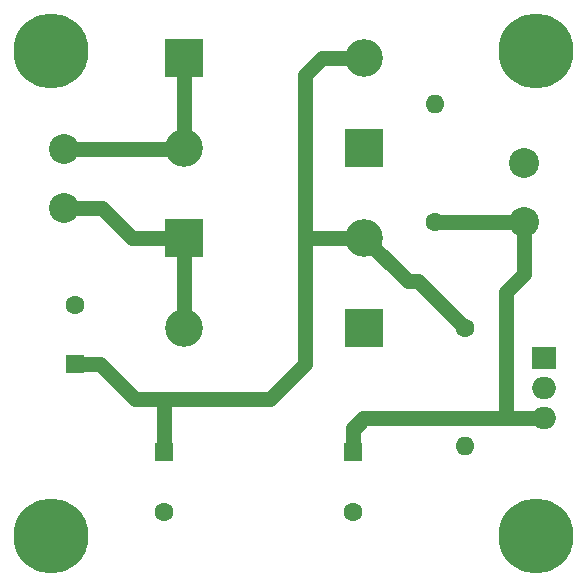
<source format=gbr>
G04 #@! TF.GenerationSoftware,KiCad,Pcbnew,(5.1.5)-3*
G04 #@! TF.CreationDate,2020-10-04T08:20:12-04:00*
G04 #@! TF.ProjectId,MHS-5200A_PwrSupply,4d48532d-3532-4303-9041-5f5077725375,rev?*
G04 #@! TF.SameCoordinates,Original*
G04 #@! TF.FileFunction,Copper,L1,Top*
G04 #@! TF.FilePolarity,Positive*
%FSLAX46Y46*%
G04 Gerber Fmt 4.6, Leading zero omitted, Abs format (unit mm)*
G04 Created by KiCad (PCBNEW (5.1.5)-3) date 2020-10-04 08:20:12*
%MOMM*%
%LPD*%
G04 APERTURE LIST*
%ADD10R,1.600000X1.600000*%
%ADD11C,1.600000*%
%ADD12O,1.600000X1.600000*%
%ADD13R,3.200000X3.200000*%
%ADD14O,3.200000X3.200000*%
%ADD15C,2.540000*%
%ADD16R,2.000000X1.905000*%
%ADD17O,2.000000X1.905000*%
%ADD18C,6.350000*%
%ADD19C,1.270000*%
%ADD20C,0.635000*%
G04 APERTURE END LIST*
D10*
X6000000Y-30500000D03*
D11*
X6000000Y-25500000D03*
X13500000Y-43000000D03*
D10*
X13500000Y-38000000D03*
D11*
X39000000Y-27440000D03*
D12*
X39000000Y-37440000D03*
D10*
X29500000Y-38000000D03*
D11*
X29500000Y-43000000D03*
D12*
X36500000Y-8500000D03*
D11*
X36500000Y-18500000D03*
D13*
X30480000Y-27440000D03*
D14*
X15240000Y-27440000D03*
X15240000Y-12200000D03*
D13*
X30480000Y-12200000D03*
X15240000Y-19820000D03*
D14*
X30480000Y-19820000D03*
X30480000Y-4580000D03*
D13*
X15240000Y-4580000D03*
D15*
X5080000Y-17280000D03*
X5080000Y-12280000D03*
X44000000Y-18500000D03*
X44000000Y-13500000D03*
D16*
X45720000Y-29980000D03*
D17*
X45720000Y-32520000D03*
X45720000Y-35060000D03*
D18*
X4000000Y-4030000D03*
X45000000Y-4030000D03*
X4000000Y-45030000D03*
X45000000Y-45030000D03*
D19*
X8070000Y-30500000D02*
X11070000Y-33500000D01*
X6000000Y-30500000D02*
X8070000Y-30500000D01*
X22500000Y-33500000D02*
X25500000Y-30500000D01*
X25820000Y-19820000D02*
X25500000Y-19500000D01*
X30480000Y-19820000D02*
X25820000Y-19820000D01*
X30480000Y-4580000D02*
X26920000Y-4580000D01*
X25500000Y-22500000D02*
X25500000Y-6000000D01*
X25500000Y-6000000D02*
X26920000Y-4580000D01*
X25500000Y-22500000D02*
X25500000Y-19500000D01*
X25500000Y-30500000D02*
X25500000Y-22500000D01*
X39000000Y-27440000D02*
X35060000Y-23500000D01*
X34160000Y-23500000D02*
X30480000Y-19820000D01*
X35060000Y-23500000D02*
X34160000Y-23500000D01*
X13500000Y-35930000D02*
X13500000Y-33500000D01*
X13500000Y-38000000D02*
X13500000Y-35930000D01*
X11070000Y-33500000D02*
X13500000Y-33500000D01*
X13500000Y-33500000D02*
X22500000Y-33500000D01*
X6876051Y-17280000D02*
X8255000Y-17280000D01*
X5080000Y-17280000D02*
X6876051Y-17280000D01*
X10795000Y-19820000D02*
X8255000Y-17280000D01*
X15240000Y-19820000D02*
X10795000Y-19820000D01*
X15240000Y-19820000D02*
X15240000Y-27440000D01*
X15160000Y-12280000D02*
X15240000Y-12200000D01*
X5080000Y-12280000D02*
X15160000Y-12280000D01*
X15240000Y-4580000D02*
X15240000Y-12200000D01*
D20*
X44085000Y-35060000D02*
X45720000Y-35060000D01*
X29500000Y-36565000D02*
X31005000Y-35060000D01*
X29500000Y-38000000D02*
X29500000Y-36565000D01*
X42440000Y-35060000D02*
X44085000Y-35060000D01*
X31005000Y-35060000D02*
X42440000Y-35060000D01*
D19*
X43450000Y-35060000D02*
X45720000Y-35060000D01*
X30370000Y-35060000D02*
X43450000Y-35060000D01*
X29500000Y-35930000D02*
X30370000Y-35060000D01*
X29500000Y-38000000D02*
X29500000Y-35930000D01*
X42440000Y-35060000D02*
X42440000Y-24440000D01*
X44000000Y-22880000D02*
X44000000Y-18500000D01*
X42440000Y-24440000D02*
X44000000Y-22880000D01*
X36500000Y-18500000D02*
X44000000Y-18500000D01*
M02*

</source>
